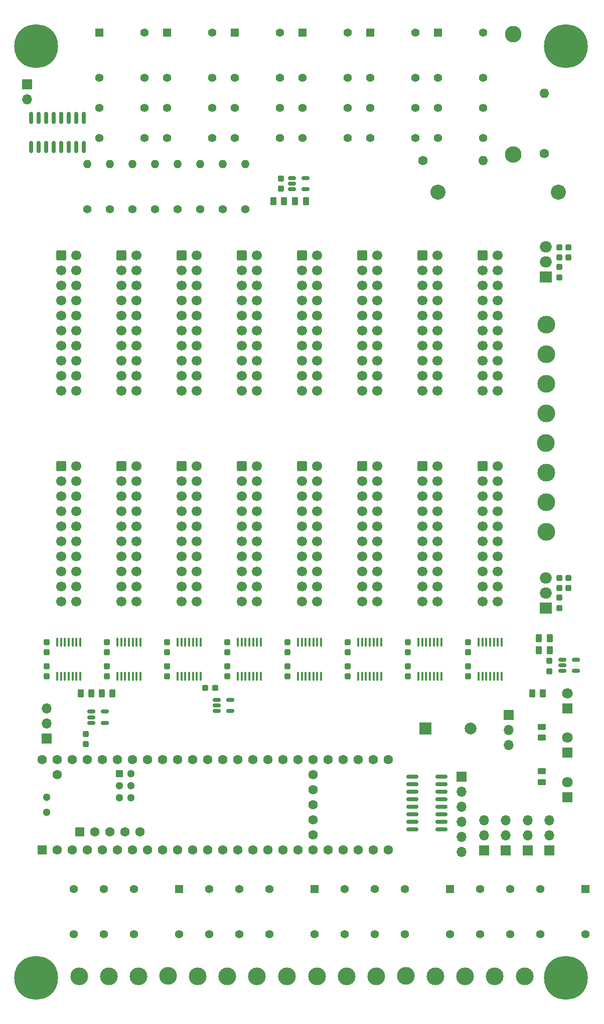
<source format=gts>
G04 #@! TF.GenerationSoftware,KiCad,Pcbnew,8.0.4-rc2*
G04 #@! TF.CreationDate,2024-08-04T20:40:04-05:00*
G04 #@! TF.ProjectId,backplane_tracer_driver,6261636b-706c-4616-9e65-5f7472616365,rev?*
G04 #@! TF.SameCoordinates,Original*
G04 #@! TF.FileFunction,Soldermask,Top*
G04 #@! TF.FilePolarity,Negative*
%FSLAX46Y46*%
G04 Gerber Fmt 4.6, Leading zero omitted, Abs format (unit mm)*
G04 Created by KiCad (PCBNEW 8.0.4-rc2) date 2024-08-04 20:40:04*
%MOMM*%
%LPD*%
G01*
G04 APERTURE LIST*
G04 Aperture macros list*
%AMRoundRect*
0 Rectangle with rounded corners*
0 $1 Rounding radius*
0 $2 $3 $4 $5 $6 $7 $8 $9 X,Y pos of 4 corners*
0 Add a 4 corners polygon primitive as box body*
4,1,4,$2,$3,$4,$5,$6,$7,$8,$9,$2,$3,0*
0 Add four circle primitives for the rounded corners*
1,1,$1+$1,$2,$3*
1,1,$1+$1,$4,$5*
1,1,$1+$1,$6,$7*
1,1,$1+$1,$8,$9*
0 Add four rect primitives between the rounded corners*
20,1,$1+$1,$2,$3,$4,$5,0*
20,1,$1+$1,$4,$5,$6,$7,0*
20,1,$1+$1,$6,$7,$8,$9,0*
20,1,$1+$1,$8,$9,$2,$3,0*%
G04 Aperture macros list end*
%ADD10R,1.700000X1.700000*%
%ADD11O,1.700000X1.700000*%
%ADD12R,1.400000X1.400000*%
%ADD13C,1.400000*%
%ADD14RoundRect,0.250000X-0.600000X-0.600000X0.600000X-0.600000X0.600000X0.600000X-0.600000X0.600000X0*%
%ADD15C,1.700000*%
%ADD16C,0.800000*%
%ADD17C,7.400000*%
%ADD18RoundRect,0.150000X-0.512500X-0.150000X0.512500X-0.150000X0.512500X0.150000X-0.512500X0.150000X0*%
%ADD19RoundRect,0.250000X-0.262500X-0.450000X0.262500X-0.450000X0.262500X0.450000X-0.262500X0.450000X0*%
%ADD20RoundRect,0.250000X0.262500X0.450000X-0.262500X0.450000X-0.262500X-0.450000X0.262500X-0.450000X0*%
%ADD21RoundRect,0.237500X0.237500X-0.300000X0.237500X0.300000X-0.237500X0.300000X-0.237500X-0.300000X0*%
%ADD22RoundRect,0.237500X-0.237500X0.300000X-0.237500X-0.300000X0.237500X-0.300000X0.237500X0.300000X0*%
%ADD23R,2.000000X1.905000*%
%ADD24O,2.000000X1.905000*%
%ADD25O,1.400000X1.400000*%
%ADD26C,1.600000*%
%ADD27O,1.600000X1.600000*%
%ADD28C,2.540000*%
%ADD29C,2.800000*%
%ADD30O,2.800000X2.800000*%
%ADD31RoundRect,0.150000X-0.825000X-0.150000X0.825000X-0.150000X0.825000X0.150000X-0.825000X0.150000X0*%
%ADD32RoundRect,0.250000X-0.450000X0.262500X-0.450000X-0.262500X0.450000X-0.262500X0.450000X0.262500X0*%
%ADD33R,1.600000X1.600000*%
%ADD34R,1.300000X1.300000*%
%ADD35C,1.300000*%
%ADD36RoundRect,0.100000X0.100000X-0.637500X0.100000X0.637500X-0.100000X0.637500X-0.100000X-0.637500X0*%
%ADD37C,3.000000*%
%ADD38R,2.000000X2.000000*%
%ADD39C,2.000000*%
%ADD40R,1.800000X1.800000*%
%ADD41C,1.800000*%
%ADD42RoundRect,0.150000X0.150000X-0.825000X0.150000X0.825000X-0.150000X0.825000X-0.150000X-0.825000X0*%
%ADD43RoundRect,0.237500X0.300000X0.237500X-0.300000X0.237500X-0.300000X-0.237500X0.300000X-0.237500X0*%
G04 APERTURE END LIST*
D10*
X93599000Y-108331000D03*
D11*
X93599000Y-110871000D03*
X93599000Y-113411000D03*
X93599000Y-115951000D03*
X93599000Y-118491000D03*
X93599000Y-121031000D03*
D10*
X20320000Y8514000D03*
D11*
X20320000Y5974000D03*
D10*
X104775000Y-120762000D03*
D11*
X104775000Y-118222000D03*
X104775000Y-115682000D03*
D10*
X108458000Y-120762000D03*
D11*
X108458000Y-118222000D03*
X108458000Y-115682000D03*
D10*
X101092000Y-120762000D03*
D11*
X101092000Y-118222000D03*
X101092000Y-115682000D03*
D10*
X97409000Y-120762000D03*
D11*
X97409000Y-118222000D03*
X97409000Y-115682000D03*
D10*
X23622000Y-101839000D03*
D11*
X23622000Y-99299000D03*
X23622000Y-96759000D03*
D12*
X91694000Y-127254000D03*
D13*
X84074000Y-127254000D03*
X78994000Y-127254000D03*
X73914000Y-127254000D03*
X73914000Y-134874000D03*
X78994000Y-134874000D03*
X84074000Y-134874000D03*
X91694000Y-134874000D03*
D12*
X45974000Y-127254000D03*
D13*
X38354000Y-127254000D03*
X33274000Y-127254000D03*
X28194000Y-127254000D03*
X28194000Y-134874000D03*
X33274000Y-134874000D03*
X38354000Y-134874000D03*
X45974000Y-134874000D03*
D12*
X114554000Y-127254000D03*
D13*
X106934000Y-127254000D03*
X101854000Y-127254000D03*
X96774000Y-127254000D03*
X96774000Y-134874000D03*
X101854000Y-134874000D03*
X106934000Y-134874000D03*
X114554000Y-134874000D03*
D12*
X68834000Y-127254000D03*
D13*
X61214000Y-127254000D03*
X56134000Y-127254000D03*
X51054000Y-127254000D03*
X51054000Y-134874000D03*
X56134000Y-134874000D03*
X61214000Y-134874000D03*
X68834000Y-134874000D03*
D12*
X66802000Y17272000D03*
D13*
X66802000Y9652000D03*
X66802000Y4572000D03*
X66802000Y-508000D03*
X74422000Y-508000D03*
X74422000Y4572000D03*
X74422000Y9652000D03*
X74422000Y17272000D03*
D12*
X78232000Y17272000D03*
D13*
X78232000Y9652000D03*
X78232000Y4572000D03*
X78232000Y-508000D03*
X85852000Y-508000D03*
X85852000Y4572000D03*
X85852000Y9652000D03*
X85852000Y17272000D03*
D12*
X55372000Y17272000D03*
D13*
X55372000Y9652000D03*
X55372000Y4572000D03*
X55372000Y-508000D03*
X62992000Y-508000D03*
X62992000Y4572000D03*
X62992000Y9652000D03*
X62992000Y17272000D03*
D12*
X89662000Y17272000D03*
D13*
X89662000Y9652000D03*
X89662000Y4572000D03*
X89662000Y-508000D03*
X97282000Y-508000D03*
X97282000Y4572000D03*
X97282000Y9652000D03*
X97282000Y17272000D03*
D12*
X32512000Y17272000D03*
D13*
X32512000Y9652000D03*
X32512000Y4572000D03*
X32512000Y-508000D03*
X40132000Y-508000D03*
X40132000Y4572000D03*
X40132000Y9652000D03*
X40132000Y17272000D03*
D12*
X43942000Y17272000D03*
D13*
X43942000Y9652000D03*
X43942000Y4572000D03*
X43942000Y-508000D03*
X51562000Y-508000D03*
X51562000Y4572000D03*
X51562000Y9652000D03*
X51562000Y17272000D03*
D14*
X97155000Y-20320000D03*
D15*
X99695000Y-20320000D03*
X97155000Y-22860000D03*
X99695000Y-22860000D03*
X97155000Y-25400000D03*
X99695000Y-25400000D03*
X97155000Y-27940000D03*
X99695000Y-27940000D03*
X97155000Y-30480000D03*
X99695000Y-30480000D03*
X97155000Y-33020000D03*
X99695000Y-33020000D03*
X97155000Y-35560000D03*
X99695000Y-35560000D03*
X97155000Y-38100000D03*
X99695000Y-38100000D03*
X97155000Y-40640000D03*
X99695000Y-40640000D03*
X97155000Y-43180000D03*
X99695000Y-43180000D03*
D14*
X97155000Y-55880000D03*
D15*
X99695000Y-55880000D03*
X97155000Y-58420000D03*
X99695000Y-58420000D03*
X97155000Y-60960000D03*
X99695000Y-60960000D03*
X97155000Y-63500000D03*
X99695000Y-63500000D03*
X97155000Y-66040000D03*
X99695000Y-66040000D03*
X97155000Y-68580000D03*
X99695000Y-68580000D03*
X97155000Y-71120000D03*
X99695000Y-71120000D03*
X97155000Y-73660000D03*
X99695000Y-73660000D03*
X97155000Y-76200000D03*
X99695000Y-76200000D03*
X97155000Y-78740000D03*
X99695000Y-78740000D03*
D14*
X86995000Y-20320000D03*
D15*
X89535000Y-20320000D03*
X86995000Y-22860000D03*
X89535000Y-22860000D03*
X86995000Y-25400000D03*
X89535000Y-25400000D03*
X86995000Y-27940000D03*
X89535000Y-27940000D03*
X86995000Y-30480000D03*
X89535000Y-30480000D03*
X86995000Y-33020000D03*
X89535000Y-33020000D03*
X86995000Y-35560000D03*
X89535000Y-35560000D03*
X86995000Y-38100000D03*
X89535000Y-38100000D03*
X86995000Y-40640000D03*
X89535000Y-40640000D03*
X86995000Y-43180000D03*
X89535000Y-43180000D03*
D14*
X86995000Y-55880000D03*
D15*
X89535000Y-55880000D03*
X86995000Y-58420000D03*
X89535000Y-58420000D03*
X86995000Y-60960000D03*
X89535000Y-60960000D03*
X86995000Y-63500000D03*
X89535000Y-63500000D03*
X86995000Y-66040000D03*
X89535000Y-66040000D03*
X86995000Y-68580000D03*
X89535000Y-68580000D03*
X86995000Y-71120000D03*
X89535000Y-71120000D03*
X86995000Y-73660000D03*
X89535000Y-73660000D03*
X86995000Y-76200000D03*
X89535000Y-76200000D03*
X86995000Y-78740000D03*
X89535000Y-78740000D03*
D14*
X76835000Y-20320000D03*
D15*
X79375000Y-20320000D03*
X76835000Y-22860000D03*
X79375000Y-22860000D03*
X76835000Y-25400000D03*
X79375000Y-25400000D03*
X76835000Y-27940000D03*
X79375000Y-27940000D03*
X76835000Y-30480000D03*
X79375000Y-30480000D03*
X76835000Y-33020000D03*
X79375000Y-33020000D03*
X76835000Y-35560000D03*
X79375000Y-35560000D03*
X76835000Y-38100000D03*
X79375000Y-38100000D03*
X76835000Y-40640000D03*
X79375000Y-40640000D03*
X76835000Y-43180000D03*
X79375000Y-43180000D03*
D14*
X76835000Y-55880000D03*
D15*
X79375000Y-55880000D03*
X76835000Y-58420000D03*
X79375000Y-58420000D03*
X76835000Y-60960000D03*
X79375000Y-60960000D03*
X76835000Y-63500000D03*
X79375000Y-63500000D03*
X76835000Y-66040000D03*
X79375000Y-66040000D03*
X76835000Y-68580000D03*
X79375000Y-68580000D03*
X76835000Y-71120000D03*
X79375000Y-71120000D03*
X76835000Y-73660000D03*
X79375000Y-73660000D03*
X76835000Y-76200000D03*
X79375000Y-76200000D03*
X76835000Y-78740000D03*
X79375000Y-78740000D03*
D14*
X66675000Y-20320000D03*
D15*
X69215000Y-20320000D03*
X66675000Y-22860000D03*
X69215000Y-22860000D03*
X66675000Y-25400000D03*
X69215000Y-25400000D03*
X66675000Y-27940000D03*
X69215000Y-27940000D03*
X66675000Y-30480000D03*
X69215000Y-30480000D03*
X66675000Y-33020000D03*
X69215000Y-33020000D03*
X66675000Y-35560000D03*
X69215000Y-35560000D03*
X66675000Y-38100000D03*
X69215000Y-38100000D03*
X66675000Y-40640000D03*
X69215000Y-40640000D03*
X66675000Y-43180000D03*
X69215000Y-43180000D03*
D14*
X66675000Y-55880000D03*
D15*
X69215000Y-55880000D03*
X66675000Y-58420000D03*
X69215000Y-58420000D03*
X66675000Y-60960000D03*
X69215000Y-60960000D03*
X66675000Y-63500000D03*
X69215000Y-63500000D03*
X66675000Y-66040000D03*
X69215000Y-66040000D03*
X66675000Y-68580000D03*
X69215000Y-68580000D03*
X66675000Y-71120000D03*
X69215000Y-71120000D03*
X66675000Y-73660000D03*
X69215000Y-73660000D03*
X66675000Y-76200000D03*
X69215000Y-76200000D03*
X66675000Y-78740000D03*
X69215000Y-78740000D03*
D14*
X56515000Y-20320000D03*
D15*
X59055000Y-20320000D03*
X56515000Y-22860000D03*
X59055000Y-22860000D03*
X56515000Y-25400000D03*
X59055000Y-25400000D03*
X56515000Y-27940000D03*
X59055000Y-27940000D03*
X56515000Y-30480000D03*
X59055000Y-30480000D03*
X56515000Y-33020000D03*
X59055000Y-33020000D03*
X56515000Y-35560000D03*
X59055000Y-35560000D03*
X56515000Y-38100000D03*
X59055000Y-38100000D03*
X56515000Y-40640000D03*
X59055000Y-40640000D03*
X56515000Y-43180000D03*
X59055000Y-43180000D03*
D14*
X56515000Y-55880000D03*
D15*
X59055000Y-55880000D03*
X56515000Y-58420000D03*
X59055000Y-58420000D03*
X56515000Y-60960000D03*
X59055000Y-60960000D03*
X56515000Y-63500000D03*
X59055000Y-63500000D03*
X56515000Y-66040000D03*
X59055000Y-66040000D03*
X56515000Y-68580000D03*
X59055000Y-68580000D03*
X56515000Y-71120000D03*
X59055000Y-71120000D03*
X56515000Y-73660000D03*
X59055000Y-73660000D03*
X56515000Y-76200000D03*
X59055000Y-76200000D03*
X56515000Y-78740000D03*
X59055000Y-78740000D03*
D14*
X46355000Y-20320000D03*
D15*
X48895000Y-20320000D03*
X46355000Y-22860000D03*
X48895000Y-22860000D03*
X46355000Y-25400000D03*
X48895000Y-25400000D03*
X46355000Y-27940000D03*
X48895000Y-27940000D03*
X46355000Y-30480000D03*
X48895000Y-30480000D03*
X46355000Y-33020000D03*
X48895000Y-33020000D03*
X46355000Y-35560000D03*
X48895000Y-35560000D03*
X46355000Y-38100000D03*
X48895000Y-38100000D03*
X46355000Y-40640000D03*
X48895000Y-40640000D03*
X46355000Y-43180000D03*
X48895000Y-43180000D03*
D14*
X46355000Y-55880000D03*
D15*
X48895000Y-55880000D03*
X46355000Y-58420000D03*
X48895000Y-58420000D03*
X46355000Y-60960000D03*
X48895000Y-60960000D03*
X46355000Y-63500000D03*
X48895000Y-63500000D03*
X46355000Y-66040000D03*
X48895000Y-66040000D03*
X46355000Y-68580000D03*
X48895000Y-68580000D03*
X46355000Y-71120000D03*
X48895000Y-71120000D03*
X46355000Y-73660000D03*
X48895000Y-73660000D03*
X46355000Y-76200000D03*
X48895000Y-76200000D03*
X46355000Y-78740000D03*
X48895000Y-78740000D03*
D14*
X36195000Y-20320000D03*
D15*
X38735000Y-20320000D03*
X36195000Y-22860000D03*
X38735000Y-22860000D03*
X36195000Y-25400000D03*
X38735000Y-25400000D03*
X36195000Y-27940000D03*
X38735000Y-27940000D03*
X36195000Y-30480000D03*
X38735000Y-30480000D03*
X36195000Y-33020000D03*
X38735000Y-33020000D03*
X36195000Y-35560000D03*
X38735000Y-35560000D03*
X36195000Y-38100000D03*
X38735000Y-38100000D03*
X36195000Y-40640000D03*
X38735000Y-40640000D03*
X36195000Y-43180000D03*
X38735000Y-43180000D03*
D14*
X36195000Y-55880000D03*
D15*
X38735000Y-55880000D03*
X36195000Y-58420000D03*
X38735000Y-58420000D03*
X36195000Y-60960000D03*
X38735000Y-60960000D03*
X36195000Y-63500000D03*
X38735000Y-63500000D03*
X36195000Y-66040000D03*
X38735000Y-66040000D03*
X36195000Y-68580000D03*
X38735000Y-68580000D03*
X36195000Y-71120000D03*
X38735000Y-71120000D03*
X36195000Y-73660000D03*
X38735000Y-73660000D03*
X36195000Y-76200000D03*
X38735000Y-76200000D03*
X36195000Y-78740000D03*
X38735000Y-78740000D03*
D14*
X26035000Y-20320000D03*
D15*
X28575000Y-20320000D03*
X26035000Y-22860000D03*
X28575000Y-22860000D03*
X26035000Y-25400000D03*
X28575000Y-25400000D03*
X26035000Y-27940000D03*
X28575000Y-27940000D03*
X26035000Y-30480000D03*
X28575000Y-30480000D03*
X26035000Y-33020000D03*
X28575000Y-33020000D03*
X26035000Y-35560000D03*
X28575000Y-35560000D03*
X26035000Y-38100000D03*
X28575000Y-38100000D03*
X26035000Y-40640000D03*
X28575000Y-40640000D03*
X26035000Y-43180000D03*
X28575000Y-43180000D03*
D14*
X26035000Y-55880000D03*
D15*
X28575000Y-55880000D03*
X26035000Y-58420000D03*
X28575000Y-58420000D03*
X26035000Y-60960000D03*
X28575000Y-60960000D03*
X26035000Y-63500000D03*
X28575000Y-63500000D03*
X26035000Y-66040000D03*
X28575000Y-66040000D03*
X26035000Y-68580000D03*
X28575000Y-68580000D03*
X26035000Y-71120000D03*
X28575000Y-71120000D03*
X26035000Y-73660000D03*
X28575000Y-73660000D03*
X26035000Y-76200000D03*
X28575000Y-76200000D03*
X26035000Y-78740000D03*
X28575000Y-78740000D03*
D16*
X19069000Y-142240000D03*
X19881779Y-140277779D03*
X19881779Y-144202221D03*
X21844000Y-139465000D03*
D17*
X21844000Y-142240000D03*
D16*
X21844000Y-145015000D03*
X23806221Y-140277779D03*
X23806221Y-144202221D03*
X24619000Y-142240000D03*
X108477000Y-142240000D03*
X109289779Y-140277779D03*
X109289779Y-144202221D03*
X111252000Y-139465000D03*
D17*
X111252000Y-142240000D03*
D16*
X111252000Y-145015000D03*
X113214221Y-140277779D03*
X113214221Y-144202221D03*
X114027000Y-142240000D03*
X108477000Y14986000D03*
X109289779Y16948221D03*
X109289779Y13023779D03*
X111252000Y17761000D03*
D17*
X111252000Y14986000D03*
D16*
X111252000Y12211000D03*
X113214221Y16948221D03*
X113214221Y13023779D03*
X114027000Y14986000D03*
X19069000Y14986000D03*
X19881779Y16948221D03*
X19881779Y13023779D03*
X21844000Y17761000D03*
D17*
X21844000Y14986000D03*
D16*
X21844000Y12211000D03*
X23806221Y16948221D03*
X23806221Y13023779D03*
X24619000Y14986000D03*
D18*
X110622500Y-88585000D03*
X110622500Y-89535000D03*
X110622500Y-90485000D03*
X112897500Y-90485000D03*
X112897500Y-88585000D03*
D19*
X106656500Y-86995000D03*
X108481500Y-86995000D03*
D20*
X108481500Y-84934000D03*
X106656500Y-84934000D03*
D21*
X108458000Y-90524500D03*
X108458000Y-88799500D03*
D22*
X30200600Y-101092000D03*
X30200600Y-102817000D03*
D23*
X107823000Y-24003000D03*
D24*
X107823000Y-21463000D03*
X107823000Y-18923000D03*
D23*
X107823000Y-79883000D03*
D24*
X107823000Y-77343000D03*
X107823000Y-74803000D03*
D13*
X38100000Y-12573000D03*
D25*
X38100000Y-4953000D03*
D26*
X107569000Y-3175000D03*
D27*
X107569000Y6985000D03*
D13*
X30480000Y-12573000D03*
D25*
X30480000Y-4953000D03*
D13*
X53340000Y-12573000D03*
D25*
X53340000Y-4953000D03*
D13*
X45720000Y-12573000D03*
D25*
X45720000Y-4953000D03*
D26*
X87122000Y-4318000D03*
D27*
X97282000Y-4318000D03*
D28*
X109982000Y-9652000D03*
X89662000Y-9652000D03*
D13*
X41910000Y-12573000D03*
D25*
X41910000Y-4953000D03*
D13*
X34290000Y-12573000D03*
D25*
X34290000Y-4953000D03*
D13*
X57150000Y-12573000D03*
D25*
X57150000Y-4953000D03*
D13*
X49530000Y-12573000D03*
D25*
X49530000Y-4953000D03*
D29*
X102362000Y17018000D03*
D30*
X102362000Y-3302000D03*
D21*
X63119000Y-9117500D03*
X63119000Y-7392500D03*
D31*
X85282000Y-108331000D03*
X85282000Y-109601000D03*
X85282000Y-110871000D03*
X85282000Y-112141000D03*
X85282000Y-113411000D03*
X85282000Y-114681000D03*
X85282000Y-115951000D03*
X85282000Y-117221000D03*
X90232000Y-117221000D03*
X90232000Y-115951000D03*
X90232000Y-114681000D03*
X90232000Y-113411000D03*
X90232000Y-112141000D03*
X90232000Y-110871000D03*
X90232000Y-109601000D03*
X90232000Y-108331000D03*
D18*
X52329500Y-95341400D03*
X52329500Y-96291400D03*
X52329500Y-97241400D03*
X54604500Y-97241400D03*
X54604500Y-95341400D03*
D22*
X110129200Y-74753300D03*
X110129200Y-76478300D03*
D21*
X33782000Y-91413500D03*
X33782000Y-89688500D03*
D20*
X34694500Y-94234000D03*
X32869500Y-94234000D03*
X31138500Y-94234000D03*
X29313500Y-94234000D03*
D32*
X107188000Y-107418500D03*
X107188000Y-109243500D03*
D22*
X64262000Y-85624500D03*
X64262000Y-87349500D03*
D26*
X25400000Y-107950000D03*
X39319200Y-117599200D03*
X36779200Y-117599200D03*
X34239200Y-117599200D03*
X31699200Y-117599200D03*
D33*
X29159200Y-117599200D03*
D26*
X22860000Y-105410000D03*
X25400000Y-105410000D03*
X27940000Y-105410000D03*
X30480000Y-105410000D03*
X33020000Y-105410000D03*
X35560000Y-105410000D03*
X38100000Y-105410000D03*
X40640000Y-105410000D03*
X43180000Y-105410000D03*
X45720000Y-105410000D03*
X48260000Y-105410000D03*
X50800000Y-105410000D03*
X53340000Y-105410000D03*
X55880000Y-105410000D03*
D33*
X22860000Y-120650000D03*
D26*
X25400000Y-120650000D03*
X27940000Y-120650000D03*
X30480000Y-120650000D03*
X33020000Y-120650000D03*
X35560000Y-120650000D03*
X38100000Y-120650000D03*
X40640000Y-120650000D03*
X43180000Y-120650000D03*
X45720000Y-120650000D03*
X48260000Y-120650000D03*
X50800000Y-120650000D03*
X53340000Y-120650000D03*
X58420000Y-105410000D03*
X60960000Y-105410000D03*
X63500000Y-105410000D03*
X66040000Y-105410000D03*
X68580000Y-105410000D03*
X71120000Y-105410000D03*
X73660000Y-105410000D03*
X76200000Y-105410000D03*
X78740000Y-105410000D03*
X81280000Y-105410000D03*
X81280000Y-120650000D03*
X78740000Y-120650000D03*
X76200000Y-120650000D03*
X73660000Y-120650000D03*
X55880000Y-120650000D03*
X58420000Y-120650000D03*
X60960000Y-120650000D03*
X71120000Y-120650000D03*
X68580000Y-120650000D03*
X66040000Y-120650000D03*
X63500000Y-120650000D03*
D34*
X35830000Y-107848400D03*
D35*
X37830000Y-107848400D03*
X35830000Y-109848400D03*
X37830000Y-109848400D03*
X37830000Y-111848400D03*
X35830000Y-111848400D03*
D26*
X68580000Y-118110000D03*
X68580000Y-115570000D03*
X68580000Y-113030000D03*
X68580000Y-110490000D03*
X68580000Y-107950000D03*
D35*
X23590000Y-114300000D03*
X23590000Y-111760000D03*
D22*
X94742000Y-85624500D03*
X94742000Y-87349500D03*
D21*
X54102000Y-91413500D03*
X54102000Y-89688500D03*
D36*
X96475000Y-91381500D03*
X97125000Y-91381500D03*
X97775000Y-91381500D03*
X98425000Y-91381500D03*
X99075000Y-91381500D03*
X99725000Y-91381500D03*
X100375000Y-91381500D03*
X100375000Y-85656500D03*
X99725000Y-85656500D03*
X99075000Y-85656500D03*
X98425000Y-85656500D03*
X97775000Y-85656500D03*
X97125000Y-85656500D03*
X96475000Y-85656500D03*
D37*
X69236500Y-141994500D03*
X74236500Y-141994500D03*
X79236500Y-141994500D03*
X84236500Y-141894500D03*
X89236500Y-141994500D03*
X94236500Y-141994500D03*
X99236500Y-141994500D03*
X104236500Y-141994500D03*
D18*
X31120500Y-97348000D03*
X31120500Y-98298000D03*
X31120500Y-99248000D03*
X33395500Y-99248000D03*
X33395500Y-97348000D03*
D19*
X105513500Y-94234000D03*
X107338500Y-94234000D03*
D32*
X107188000Y-99925500D03*
X107188000Y-101750500D03*
D36*
X55835000Y-91381500D03*
X56485000Y-91381500D03*
X57135000Y-91381500D03*
X57785000Y-91381500D03*
X58435000Y-91381500D03*
X59085000Y-91381500D03*
X59735000Y-91381500D03*
X59735000Y-85656500D03*
X59085000Y-85656500D03*
X58435000Y-85656500D03*
X57785000Y-85656500D03*
X57135000Y-85656500D03*
X56485000Y-85656500D03*
X55835000Y-85656500D03*
X45675000Y-91381500D03*
X46325000Y-91381500D03*
X46975000Y-91381500D03*
X47625000Y-91381500D03*
X48275000Y-91381500D03*
X48925000Y-91381500D03*
X49575000Y-91381500D03*
X49575000Y-85656500D03*
X48925000Y-85656500D03*
X48275000Y-85656500D03*
X47625000Y-85656500D03*
X46975000Y-85656500D03*
X46325000Y-85656500D03*
X45675000Y-85656500D03*
D10*
X101600000Y-97932000D03*
D11*
X101600000Y-100472000D03*
X101600000Y-103012000D03*
D21*
X110129200Y-79831100D03*
X110129200Y-78106100D03*
D22*
X23622000Y-85624500D03*
X23622000Y-87349500D03*
D38*
X87513000Y-100203000D03*
D39*
X95113000Y-100203000D03*
D40*
X111506000Y-96767000D03*
D41*
X111506000Y-94227000D03*
D36*
X76155000Y-91381500D03*
X76805000Y-91381500D03*
X77455000Y-91381500D03*
X78105000Y-91381500D03*
X78755000Y-91381500D03*
X79405000Y-91381500D03*
X80055000Y-91381500D03*
X80055000Y-85656500D03*
X79405000Y-85656500D03*
X78755000Y-85656500D03*
X78105000Y-85656500D03*
X77455000Y-85656500D03*
X76805000Y-85656500D03*
X76155000Y-85656500D03*
D40*
X111506000Y-104267000D03*
D41*
X111506000Y-101727000D03*
D22*
X54102000Y-85624500D03*
X54102000Y-87349500D03*
D21*
X23622000Y-91413500D03*
X23622000Y-89688500D03*
D22*
X33782000Y-85624500D03*
X33782000Y-87349500D03*
D21*
X43942000Y-91413500D03*
X43942000Y-89688500D03*
D22*
X111678600Y-18974900D03*
X111678600Y-20699900D03*
X110154600Y-18974900D03*
X110154600Y-20699900D03*
D36*
X65995000Y-91381500D03*
X66645000Y-91381500D03*
X67295000Y-91381500D03*
X67945000Y-91381500D03*
X68595000Y-91381500D03*
X69245000Y-91381500D03*
X69895000Y-91381500D03*
X69895000Y-85656500D03*
X69245000Y-85656500D03*
X68595000Y-85656500D03*
X67945000Y-85656500D03*
X67295000Y-85656500D03*
X66645000Y-85656500D03*
X65995000Y-85656500D03*
X86315000Y-91381500D03*
X86965000Y-91381500D03*
X87615000Y-91381500D03*
X88265000Y-91381500D03*
X88915000Y-91381500D03*
X89565000Y-91381500D03*
X90215000Y-91381500D03*
X90215000Y-85656500D03*
X89565000Y-85656500D03*
X88915000Y-85656500D03*
X88265000Y-85656500D03*
X87615000Y-85656500D03*
X86965000Y-85656500D03*
X86315000Y-85656500D03*
D22*
X43942000Y-85624500D03*
X43942000Y-87349500D03*
D20*
X63671500Y-11168200D03*
X61846500Y-11168200D03*
X67333500Y-11176000D03*
X65508500Y-11176000D03*
D21*
X74422000Y-91413500D03*
X74422000Y-89688500D03*
D37*
X107958000Y-67030000D03*
X107958000Y-62030000D03*
X107958000Y-57030000D03*
X107858000Y-52030000D03*
X107958000Y-47030000D03*
X107958000Y-42030000D03*
X107958000Y-37030000D03*
X107958000Y-32030000D03*
D18*
X65029500Y-7305000D03*
X65029500Y-8255000D03*
X65029500Y-9205000D03*
X67304500Y-9205000D03*
X67304500Y-7305000D03*
D21*
X64262000Y-91413500D03*
X64262000Y-89688500D03*
X110154600Y-24052700D03*
X110154600Y-22327700D03*
D22*
X84582000Y-85624500D03*
X84582000Y-87349500D03*
D40*
X111506000Y-111767000D03*
D41*
X111506000Y-109227000D03*
D22*
X74422000Y-85624500D03*
X74422000Y-87349500D03*
D42*
X20955000Y-2094000D03*
X22225000Y-2094000D03*
X23495000Y-2094000D03*
X24765000Y-2094000D03*
X26035000Y-2094000D03*
X27305000Y-2094000D03*
X28575000Y-2094000D03*
X29845000Y-2094000D03*
X29845000Y2856000D03*
X28575000Y2856000D03*
X27305000Y2856000D03*
X26035000Y2856000D03*
X24765000Y2856000D03*
X23495000Y2856000D03*
X22225000Y2856000D03*
X20955000Y2856000D03*
D36*
X25355000Y-91381500D03*
X26005000Y-91381500D03*
X26655000Y-91381500D03*
X27305000Y-91381500D03*
X27955000Y-91381500D03*
X28605000Y-91381500D03*
X29255000Y-91381500D03*
X29255000Y-85656500D03*
X28605000Y-85656500D03*
X27955000Y-85656500D03*
X27305000Y-85656500D03*
X26655000Y-85656500D03*
X26005000Y-85656500D03*
X25355000Y-85656500D03*
X35515000Y-91381500D03*
X36165000Y-91381500D03*
X36815000Y-91381500D03*
X37465000Y-91381500D03*
X38115000Y-91381500D03*
X38765000Y-91381500D03*
X39415000Y-91381500D03*
X39415000Y-85656500D03*
X38765000Y-85656500D03*
X38115000Y-85656500D03*
X37465000Y-85656500D03*
X36815000Y-85656500D03*
X36165000Y-85656500D03*
X35515000Y-85656500D03*
D21*
X84582000Y-91413500D03*
X84582000Y-89688500D03*
D37*
X29104500Y-141994500D03*
X34104500Y-141994500D03*
X39104500Y-141994500D03*
X44104500Y-141894500D03*
X49104500Y-141994500D03*
X54104500Y-141994500D03*
X59104500Y-141994500D03*
X64104500Y-141994500D03*
D21*
X94742000Y-91413500D03*
X94742000Y-89688500D03*
D22*
X111653200Y-74753300D03*
X111653200Y-76478300D03*
D43*
X52043500Y-93345000D03*
X50318500Y-93345000D03*
M02*

</source>
